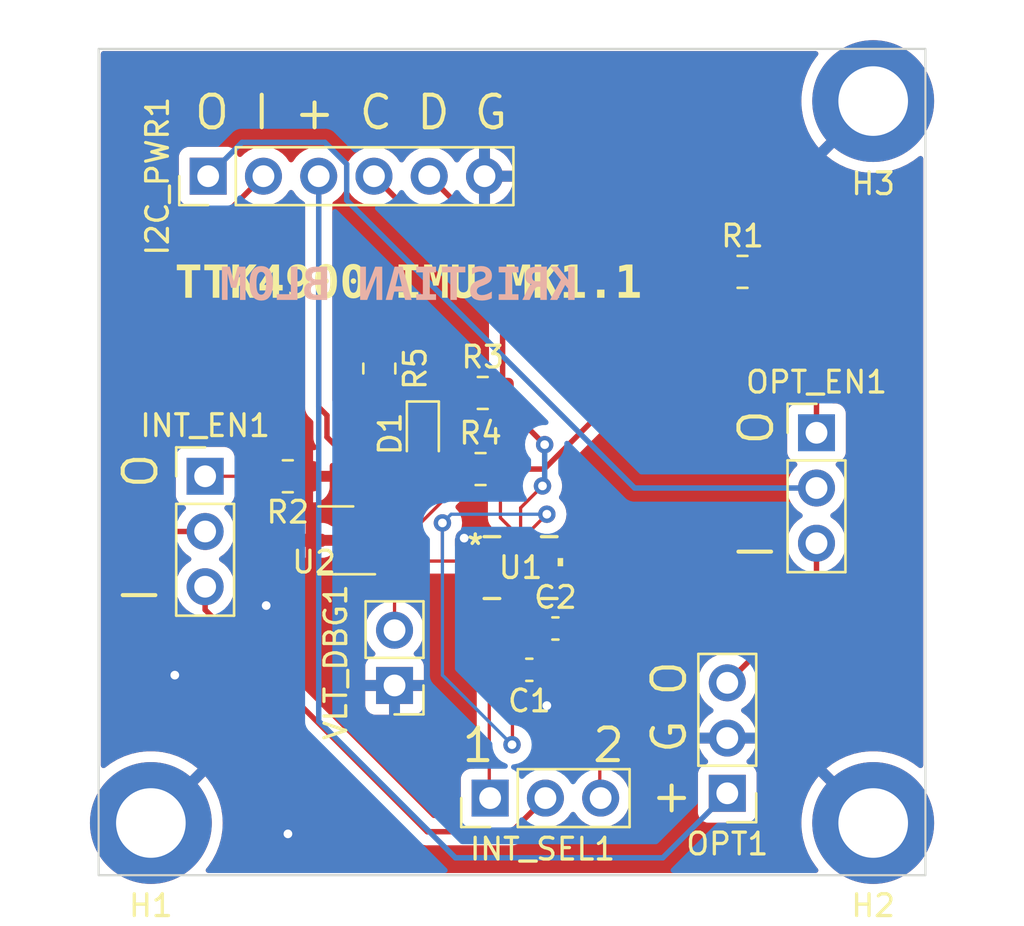
<source format=kicad_pcb>
(kicad_pcb (version 20221018) (generator pcbnew)
  (layers (0 "F.Cu" signal) (31 "B.Cu" signal) (34 "B.Paste" user) (35 "F.Paste" user) (36 "B.SilkS" user "B.Silkscreen") (37 "F.SilkS" user "F.Silkscreen") (38 "B.Mask" user) (39 "F.Mask" user) (44 "Edge.Cuts" user))
  (net 0 "")
  (net 1 "GND")
  (net 2 "+3V3")
  (net 3 "/OPT_OUT")
  (net 4 "/INT_OUT")
  (net 5 "+5V")
  (net 6 "/I2C_SCL")
  (net 7 "/I2C_SDA")
  (net 8 "Net-(INT_EN1-A)")
  (net 9 "Net-(INT_EN1-B)")
  (net 10 "/INT1")
  (net 11 "/INT2")
  (net 12 "/OPT_IN")
  (net 13 "Net-(OPT_EN1-A)")
  (net 16 "Net-(D1-K)")
  (footprint "Resistor_SMD:R_0805_2012Metric" (layer "F.Cu") (at 111.6 46.9)
    (fp_text reference "R1" (at 0 -1.65) (layer "F.SilkS"))
    (fp_text value "40k")
    (fp_line (start -0.227064 -0.735) (end 0.227064 -0.735) (stroke (width 0.12)) (layer "F.SilkS"))
    (fp_line (start -0.227064 0.735) (end 0.227064 0.735) (stroke (width 0.12)) (layer "F.SilkS"))
    (pad "1" smd roundrect (at -0.9125 0) (size 1.025 1.4) (layers "F.Cu" "F.Paste" "F.Mask") (roundrect_rratio 0.243902439) (net 1 "GND"))
    (pad "2" smd roundrect (at 0.9125 0) (size 1.025 1.4) (layers "F.Cu" "F.Paste" "F.Mask") (roundrect_rratio 0.243902439) (net 13 "Net-(OPT_EN1-A)"))
  )
  (footprint "Connector_PinHeader_2.54mm:PinHeader_1x02_P2.54mm_Vertical" (layer "F.Cu") (at 95.605888 65.920584 180)
    (fp_text reference "VLT_DBG1" (at 2.7 1.075 90) (layer "F.SilkS"))
    (fp_text value "Conn_01x02")
    (fp_line (start -1.33 -1.33) (end 0 -1.33) (stroke (width 0.12)) (layer "F.SilkS"))
    (fp_line (start -1.33 0) (end -1.33 -1.33) (stroke (width 0.12)) (layer "F.SilkS"))
    (fp_line (start -1.33 1.27) (end -1.33 3.87) (stroke (width 0.12)) (layer "F.SilkS"))
    (fp_line (start -1.33 1.27) (end 1.33 1.27) (stroke (width 0.12)) (layer "F.SilkS"))
    (fp_line (start -1.33 3.87) (end 1.33 3.87) (stroke (width 0.12)) (layer "F.SilkS"))
    (fp_line (start 1.33 1.27) (end 1.33 3.87) (stroke (width 0.12)) (layer "F.SilkS"))
    (pad "1" thru_hole rect (at 0 0 180) (size 1.7 1.7) (drill 1) (layers "*.Cu" "*.Mask") (net 1 "GND"))
    (pad "2" thru_hole oval (at 0 2.54 180) (size 1.7 1.7) (drill 1) (layers "*.Cu" "*.Mask") (net 2 "+3V3"))
  )
  (footprint "Connector_PinHeader_2.54mm:PinHeader_1x03_P2.54mm_Vertical" (layer "F.Cu") (at 115 54.3)
    (fp_text reference "OPT_EN1" (at 0 -2.33) (layer "F.SilkS"))
    (fp_text value "Jumper_3_Open")
    (fp_line (start -1.33 -1.33) (end 0 -1.33) (stroke (width 0.12)) (layer "F.SilkS"))
    (fp_line (start -1.33 0) (end -1.33 -1.33) (stroke (width 0.12)) (layer "F.SilkS"))
    (fp_line (start -1.33 1.27) (end -1.33 6.41) (stroke (width 0.12)) (layer "F.SilkS"))
    (fp_line (start -1.33 1.27) (end 1.33 1.27) (stroke (width 0.12)) (layer "F.SilkS"))
    (fp_line (start -1.33 6.41) (end 1.33 6.41) (stroke (width 0.12)) (layer "F.SilkS"))
    (fp_line (start 1.33 1.27) (end 1.33 6.41) (stroke (width 0.12)) (layer "F.SilkS"))
    (pad "1" thru_hole rect (at 0 0) (size 1.7 1.7) (drill 1) (layers "*.Cu" "*.Mask") (net 13 "Net-(OPT_EN1-A)"))
    (pad "2" thru_hole oval (at 0 2.54) (size 1.7 1.7) (drill 1) (layers "*.Cu" "*.Mask") (net 3 "/OPT_OUT"))
    (pad "3" thru_hole oval (at 0 5.08) (size 1.7 1.7) (drill 1) (layers "*.Cu" "*.Mask") (net 12 "/OPT_IN"))
  )
  (footprint "Connector_PinHeader_2.54mm:PinHeader_1x03_P2.54mm_Vertical" (layer "F.Cu") (at 86.9 56.3)
    (fp_text reference "INT_EN1" (at 0 -2.33) (layer "F.SilkS"))
    (fp_text value "Jumper_3_Open")
    (fp_line (start -1.33 -1.33) (end 0 -1.33) (stroke (width 0.12)) (layer "F.SilkS"))
    (fp_line (start -1.33 0) (end -1.33 -1.33) (stroke (width 0.12)) (layer "F.SilkS"))
    (fp_line (start -1.33 1.27) (end -1.33 6.41) (stroke (width 0.12)) (layer "F.SilkS"))
    (fp_line (start -1.33 1.27) (end 1.33 1.27) (stroke (width 0.12)) (layer "F.SilkS"))
    (fp_line (start -1.33 6.41) (end 1.33 6.41) (stroke (width 0.12)) (layer "F.SilkS"))
    (fp_line (start 1.33 1.27) (end 1.33 6.41) (stroke (width 0.12)) (layer "F.SilkS"))
    (pad "1" thru_hole rect (at 0 0) (size 1.7 1.7) (drill 1) (layers "*.Cu" "*.Mask") (net 8 "Net-(INT_EN1-A)"))
    (pad "2" thru_hole oval (at 0 2.54) (size 1.7 1.7) (drill 1) (layers "*.Cu" "*.Mask") (net 4 "/INT_OUT"))
    (pad "3" thru_hole oval (at 0 5.08) (size 1.7 1.7) (drill 1) (layers "*.Cu" "*.Mask") (net 9 "Net-(INT_EN1-B)"))
  )
  (footprint "Resistor_SMD:R_0805_2012Metric" (layer "F.Cu") (at 99.560304 55.96863)
    (fp_text reference "R4" (at 0 -1.65) (layer "F.SilkS"))
    (fp_text value "10k")
    (fp_line (start -0.227064 -0.735) (end 0.227064 -0.735) (stroke (width 0.12)) (layer "F.SilkS"))
    (fp_line (start -0.227064 0.735) (end 0.227064 0.735) (stroke (width 0.12)) (layer "F.SilkS"))
    (pad "1" smd roundrect (at -0.9125 0) (size 1.025 1.4) (layers "F.Cu" "F.Paste" "F.Mask") (roundrect_rratio 0.243902439) (net 2 "+3V3"))
    (pad "2" smd roundrect (at 0.9125 0) (size 1.025 1.4) (layers "F.Cu" "F.Paste" "F.Mask") (roundrect_rratio 0.243902439) (net 7 "/I2C_SDA"))
  )
  (footprint "Capacitor_SMD:C_0603_1608Metric" (layer "F.Cu") (at 101.8 65.2 180)
    (fp_text reference "C1" (at 0 -1.43) (layer "F.SilkS"))
    (fp_text value "100nF")
    (fp_line (start -0.14058 -0.51) (end 0.14058 -0.51) (stroke (width 0.12)) (layer "F.SilkS"))
    (fp_line (start -0.14058 0.51) (end 0.14058 0.51) (stroke (width 0.12)) (layer "F.SilkS"))
    (pad "1" smd roundrect (at -0.775 0 180) (size 0.9 0.95) (layers "F.Cu" "F.Paste" "F.Mask") (net 1 "GND"))
    (pad "2" smd roundrect (at 0.775 0 180) (size 0.9 0.95) (layers "F.Cu" "F.Paste" "F.Mask") (net 2 "+3V3"))
  )
  (footprint "MountingHole:MountingHole_3.2mm_M3_DIN965_Pad_TopBottom" (layer "F.Cu") (at 117.605888 72.245584 180)
    (fp_text reference "H2" (at 0 -3.8) (layer "F.SilkS"))
    (fp_text value "MountingHole_Pad")
    (pad "1" thru_hole circle locked (at 0 0 180) (size 3.6 3.6) (drill 3.2) (layers "*.Cu" "*.Mask") (net 1 "GND"))
    (pad "1" connect circle locked (at 0 0 180) (size 5.6 5.6) (layers "F.Cu" "F.Mask") (net 1 "GND"))
    (pad "1" connect circle locked (at 0 0 180) (size 5.6 5.6) (layers "B.Cu" "B.Mask") (net 1 "GND"))
  )
  (footprint "LED_SMD:LED_0603_1608Metric" (layer "F.Cu") (at 96.905888 54.345584 -90)
    (fp_text reference "D1" (at 0 1.5 90) (layer "F.SilkS"))
    (fp_text value "LED")
    (fp_line (start -1.485 -0.735) (end -1.485 0.735) (stroke (width 0.12)) (layer "F.SilkS"))
    (fp_line (start -1.485 0.735) (end 0.8 0.735) (stroke (width 0.12)) (layer "F.SilkS"))
    (fp_line (start 0.8 -0.735) (end -1.485 -0.735) (stroke (width 0.12)) (layer "F.SilkS"))
    (pad "1" smd roundrect (at -0.7875 0 270) (size 0.875 0.95) (layers "F.Cu" "F.Paste" "F.Mask") (net 16 "Net-(D1-K)"))
    (pad "2" smd roundrect (at 0.7875 0 270) (size 0.875 0.95) (layers "F.Cu" "F.Paste" "F.Mask") (net 2 "+3V3"))
  )
  (footprint "Resistor_SMD:R_0805_2012Metric" (layer "F.Cu") (at 94.905888 51.345584 -90)
    (fp_text reference "R5" (at 0 -1.65 90) (layer "F.SilkS"))
    (fp_text value "1k5")
    (fp_line (start -0.227064 -0.735) (end 0.227064 -0.735) (stroke (width 0.12)) (layer "F.SilkS"))
    (fp_line (start -0.227064 0.735) (end 0.227064 0.735) (stroke (width 0.12)) (layer "F.SilkS"))
    (pad "1" smd roundrect (at -0.9125 0 270) (size 1.025 1.4) (layers "F.Cu" "F.Paste" "F.Mask") (roundrect_rratio 0.243902439) (net 1 "GND"))
    (pad "2" smd roundrect (at 0.9125 0 270) (size 1.025 1.4) (layers "F.Cu" "F.Paste" "F.Mask") (roundrect_rratio 0.243902439) (net 16 "Net-(D1-K)"))
  )
  (footprint "Connector_PinHeader_2.54mm:PinHeader_1x03_P2.54mm_Vertical" (layer "F.Cu") (at 100 71.1 90)
    (fp_text reference "INT_SEL1" (at -2.345584 2.405888 180) (layer "F.SilkS"))
    (fp_text value "Jumper_3_Open")
    (fp_line (start -1.33 -1.33) (end 0 -1.33) (stroke (width 0.12)) (layer "F.SilkS"))
    (fp_line (start -1.33 0) (end -1.33 -1.33) (stroke (width 0.12)) (layer "F.SilkS"))
    (fp_line (start -1.33 1.27) (end -1.33 6.41) (stroke (width 0.12)) (layer "F.SilkS"))
    (fp_line (start -1.33 1.27) (end 1.33 1.27) (stroke (width 0.12)) (layer "F.SilkS"))
    (fp_line (start -1.33 6.41) (end 1.33 6.41) (stroke (width 0.12)) (layer "F.SilkS"))
    (fp_line (start 1.33 1.27) (end 1.33 6.41) (stroke (width 0.12)) (layer "F.SilkS"))
    (pad "1" thru_hole rect (at 0 0 90) (size 1.7 1.7) (drill 1) (layers "*.Cu" "*.Mask") (net 10 "/INT1"))
    (pad "2" thru_hole oval (at 0 2.54 90) (size 1.7 1.7) (drill 1) (layers "*.Cu" "*.Mask") (net 9 "Net-(INT_EN1-B)"))
    (pad "3" thru_hole oval (at 0 5.08 90) (size 1.7 1.7) (drill 1) (layers "*.Cu" "*.Mask") (net 11 "/INT2"))
  )
  (footprint "MountingHole:MountingHole_3.2mm_M3_DIN965_Pad_TopBottom" (layer "F.Cu") (at 117.605888 39.045584 180)
    (fp_text reference "H3" (at 0 -3.8) (layer "F.SilkS"))
    (fp_text value "MountingHole_Pad")
    (pad "1" thru_hole circle locked (at 0 0 180) (size 3.6 3.6) (drill 3.2) (layers "*.Cu" "*.Mask") (net 1 "GND"))
    (pad "1" connect circle locked (at 0 0 180) (size 5.6 5.6) (layers "F.Cu" "F.Mask") (net 1 "GND"))
    (pad "1" connect circle locked (at 0 0 180) (size 5.6 5.6) (layers "B.Cu" "B.Mask") (net 1 "GND"))
  )
  (footprint "MountingHole:MountingHole_3.2mm_M3_DIN965_Pad_TopBottom" (layer "F.Cu") (at 84.405888 72.245584 180)
    (fp_text reference "H1" (at 0 -3.8) (layer "F.SilkS"))
    (fp_text value "MountingHole_Pad")
    (pad "1" thru_hole circle locked (at 0 0 180) (size 3.6 3.6) (drill 3.2) (layers "*.Cu" "*.Mask") (net 1 "GND"))
    (pad "1" connect circle locked (at 0 0 180) (size 5.6 5.6) (layers "F.Cu" "F.Mask") (net 1 "GND"))
    (pad "1" connect circle locked (at 0 0 180) (size 5.6 5.6) (layers "B.Cu" "B.Mask") (net 1 "GND"))
  )
  (footprint "Package_TO_SOT_SMD:SOT-23-3" (layer "F.Cu") (at 92.905888 59.245584 180)
    (fp_text reference "U2" (at 1 -1) (layer "F.SilkS"))
    (fp_text value "ZMR330FTA")
    (fp_line (start 0 -1.56) (end -1.8 -1.56) (stroke (width 0.12)) (layer "F.SilkS"))
    (fp_line (start 0 -1.56) (end 0.8 -1.56) (stroke (width 0.12)) (layer "F.SilkS"))
    (fp_line (start 0 1.56) (end -0.8 1.56) (stroke (width 0.12)) (layer "F.SilkS"))
    (fp_line (start 0 1.56) (end 0.8 1.56) (stroke (width 0.12)) (layer "F.SilkS"))
    (pad "1" smd roundrect (at 1.1375 0 180) (size 1.325 0.6) (layers "F.Cu" "F.Paste" "F.Mask") (net 1 "GND"))
    (pad "2" smd roundrect (at -1.1375 -0.95 180) (size 1.325 0.6) (layers "F.Cu" "F.Paste" "F.Mask") (net 2 "+3V3"))
    (pad "3" smd roundrect (at -1.1375 0.95 180) (size 1.325 0.6) (layers "F.Cu" "F.Paste" "F.Mask") (net 5 "+5V"))
  )
  (footprint "LSM6DSM:LGA-14L_2P5X3X0P83_STM" (layer "F.Cu") (at 101.4 60.5)
    (fp_text reference "U1" (at 0 0 unlocked) (layer "F.SilkS"))
    (fp_text value "LSM6DSMTR")
    (fp_text user "*" (at -2.0828 -1) (layer "F.SilkS"))
    (fp_text user "*" (at -2.0828 -1 unlocked) (layer "F.SilkS"))
    (fp_line (start -1.6764 1.4224) (end -0.957013 1.4224) (stroke (width 0.1524)) (layer "F.SilkS"))
    (fp_line (start -0.957013 -1.4224) (end -1.6764 -1.4224) (stroke (width 0.1524)) (layer "F.SilkS"))
    (fp_line (start 0.957013 1.4224) (end 1.6764 1.4224) (stroke (width 0.1524)) (layer "F.SilkS"))
    (fp_line (start 1.6764 -1.4224) (end 0.957013 -1.4224) (stroke (width 0.1524)) (layer "F.SilkS"))
    (fp_poly (pts (xy 1.9558 -0.4405) (xy 1.9558 -0.059499) (xy 1.7018 -0.059499) (xy 1.7018 -0.4405)) (fill solid) (layer "F.SilkS"))
    (pad "1" smd rect (at -1.2103 -0.750001 90) (size 0.351536 0.57658) (layers "F.Cu" "F.Paste" "F.Mask") (net 1 "GND"))
    (pad "2" smd rect (at -1.2103 -0.25 90) (size 0.351536 0.57658) (layers "F.Cu" "F.Paste" "F.Mask") (net 2 "+3V3"))
    (pad "3" smd rect (at -1.2103 0.25 90) (size 0.351536 0.57658) (layers "F.Cu" "F.Paste" "F.Mask") (net 2 "+3V3"))
    (pad "4" smd rect (at -1.2103 0.750001 90) (size 0.351536 0.57658) (layers "F.Cu" "F.Paste" "F.Mask") (net 10 "/INT1"))
    (pad "5" smd rect (at -0.499999 0.9563) (size 0.351536 0.57658) (layers "F.Cu" "F.Paste" "F.Mask") (net 2 "+3V3"))
    (pad "6" smd rect (at 0 0.9563) (size 0.351536 0.57658) (layers "F.Cu" "F.Paste" "F.Mask") (net 1 "GND"))
    (pad "7" smd rect (at 0.499999 0.9563) (size 0.351536 0.57658) (layers "F.Cu" "F.Paste" "F.Mask") (net 1 "GND"))
    (pad "8" smd rect (at 1.2103 0.750001 90) (size 0.351536 0.57658) (layers "F.Cu" "F.Paste" "F.Mask") (net 2 "+3V3"))
    (pad "9" smd rect (at 1.2103 0.25 90) (size 0.351536 0.57658) (layers "F.Cu" "F.Paste" "F.Mask") (net 11 "/INT2"))
    (pad "10" smd rect (at 1.2103 -0.25 90) (size 0.351536 0.57658) (layers "F.Cu" "F.Paste" "F.Mask"))
    (pad "11" smd rect (at 1.2103 -0.750001 90) (size 0.351536 0.57658) (layers "F.Cu" "F.Paste" "F.Mask"))
    (pad "12" smd rect (at 0.499999 -0.9563) (size 0.351536 0.57658) (layers "F.Cu" "F.Paste" "F.Mask") (net 2 "+3V3"))
    (pad "13" smd rect (at 0 -0.9563) (size 0.351536 0.57658) (layers "F.Cu" "F.Paste" "F.Mask") (net 6 "/I2C_SCL"))
    (pad "14" smd rect (at -0.499999 -0.9563) (size 0.351536 0.57658) (layers "F.Cu" "F.Paste" "F.Mask") (net 7 "/I2C_SDA"))
  )
  (footprint "Capacitor_SMD:C_0603_1608Metric" (layer "F.Cu") (at 103 63.3)
    (fp_text reference "C2" (at 0 -1.43) (layer "F.SilkS"))
    (fp_text value "100nF")
    (fp_line (start -0.14058 -0.51) (end 0.14058 -0.51) (stroke (width 0.12)) (layer "F.SilkS"))
    (fp_line (start -0.14058 0.51) (end 0.14058 0.51) (stroke (width 0.12)) (layer "F.SilkS"))
    (pad "1" smd roundrect (at -0.775 0) (size 0.9 0.95) (layers "F.Cu" "F.Paste" "F.Mask") (net 1 "GND"))
    (pad "2" smd roundrect (at 0.775 0) (size 0.9 0.95) (layers "F.Cu" "F.Paste" "F.Mask") (net 2 "+3V3"))
  )
  (footprint "Connector_PinHeader_2.54mm:PinHeader_1x03_P2.54mm_Vertical" (layer "F.Cu") (at 110.9 70.879999 180)
    (fp_text reference "OPT1" (at 0 -2.33) (layer "F.SilkS"))
    (fp_text value "Conn_01x03")
    (fp_line (start -1.33 -1.33) (end 0 -1.33) (stroke (width 0.12)) (layer "F.SilkS"))
    (fp_line (start -1.33 0) (end -1.33 -1.33) (stroke (width 0.12)) (layer "F.SilkS"))
    (fp_line (start -1.33 1.27) (end -1.33 6.41) (stroke (width 0.12)) (layer "F.SilkS"))
    (fp_line (start -1.33 1.27) (end 1.33 1.27) (stroke (width 0.12)) (layer "F.SilkS"))
    (fp_line (start -1.33 6.41) (end 1.33 6.41) (stroke (width 0.12)) (layer "F.SilkS"))
    (fp_line (start 1.33 1.27) (end 1.33 6.41) (stroke (width 0.12)) (layer "F.SilkS"))
    (pad "1" thru_hole rect (at 0 0 180) (size 1.7 1.7) (drill 1) (layers "*.Cu" "*.Mask") (net 5 "+5V"))
    (pad "2" thru_hole oval (at 0 2.54 180) (size 1.7 1.7) (drill 1) (layers "*.Cu" "*.Mask") (net 1 "GND"))
    (pad "3" thru_hole oval (at 0 5.08 180) (size 1.7 1.7) (drill 1) (layers "*.Cu" "*.Mask") (net 12 "/OPT_IN"))
  )
  (footprint "Connector_PinHeader_2.54mm:PinHeader_1x06_P2.54mm_Vertical" (layer "F.Cu") (at 87.04 42.5 90)
    (fp_text reference "I2C_PWR1" (at 0 -2.33 90) (layer "F.SilkS"))
    (fp_text value "Conn_01x06")
    (fp_line (start -1.33 -1.33) (end 0 -1.33) (stroke (width 0.12)) (layer "F.SilkS"))
    (fp_line (start -1.33 0) (end -1.33 -1.33) (stroke (width 0.12)) (layer "F.SilkS"))
    (fp_line (start -1.33 1.27) (end -1.33 14.03) (stroke (width 0.12)) (layer "F.SilkS"))
    (fp_line (start -1.33 1.27) (end 1.33 1.27) (stroke (width 0.12)) (layer "F.SilkS"))
    (fp_line (start -1.33 14.03) (end 1.33 14.03) (stroke (width 0.12)) (layer "F.SilkS"))
    (fp_line (start 1.33 1.27) (end 1.33 14.03) (stroke (width 0.12)) (layer "F.SilkS"))
    (pad "1" thru_hole rect (at 0 0 90) (size 1.7 1.7) (drill 1) (layers "*.Cu" "*.Mask") (net 3 "/OPT_OUT"))
    (pad "2" thru_hole oval (at 0 2.54 90) (size 1.7 1.7) (drill 1) (layers "*.Cu" "*.Mask") (net 4 "/INT_OUT"))
    (pad "3" thru_hole oval (at 0 5.08 90) (size 1.7 1.7) (drill 1) (layers "*.Cu" "*.Mask") (net 5 "+5V"))
    (pad "4" thru_hole oval (at 0 7.62 90) (size 1.7 1.7) (drill 1) (layers "*.Cu" "*.Mask") (net 6 "/I2C_SCL"))
    (pad "5" thru_hole oval (at 0 10.16 90) (size 1.7 1.7) (drill 1) (layers "*.Cu" "*.Mask") (net 7 "/I2C_SDA"))
    (pad "6" thru_hole oval (at 0 12.7 90) (size 1.7 1.7) (drill 1) (layers "*.Cu" "*.Mask") (net 1 "GND"))
  )
  (footprint "Resistor_SMD:R_0805_2012Metric" (layer "F.Cu") (at 90.7 56.3 180)
    (fp_text reference "R2" (at 0 -1.65) (layer "F.SilkS"))
    (fp_text value "40k")
    (fp_line (start -0.227064 -0.735) (end 0.227064 -0.735) (stroke (width 0.12)) (layer "F.SilkS"))
    (fp_line (start -0.227064 0.735) (end 0.227064 0.735) (stroke (width 0.12)) (layer "F.SilkS"))
    (pad "1" smd roundrect (at -0.9125 0 180) (size 1.025 1.4) (layers "F.Cu" "F.Paste" "F.Mask") (roundrect_rratio 0.243902439) (net 1 "GND"))
    (pad "2" smd roundrect (at 0.9125 0 180) (size 1.025 1.4) (layers "F.Cu" "F.Paste" "F.Mask") (roundrect_rratio 0.243902439) (net 8 "Net-(INT_EN1-A)"))
  )
  (footprint "Resistor_SMD:R_0805_2012Metric" (layer "F.Cu") (at 99.660304 52.468628)
    (fp_text reference "R3" (at 0 -1.65) (layer "F.SilkS"))
    (fp_text value "10k")
    (fp_line (start -0.227064 -0.735) (end 0.227064 -0.735) (stroke (width 0.12)) (layer "F.SilkS"))
    (fp_line (start -0.227064 0.735) (end 0.227064 0.735) (stroke (width 0.12)) (layer "F.SilkS"))
    (pad "1" smd roundrect (at -0.9125 0) (size 1.025 1.4) (layers "F.Cu" "F.Paste" "F.Mask") (roundrect_rratio 0.243902439) (net 2 "+3V3"))
    (pad "2" smd roundrect (at 0.9125 0) (size 1.025 1.4) (layers "F.Cu" "F.Paste" "F.Mask") (roundrect_rratio 0.243902439) (net 6 "/I2C_SCL"))
  )
  (gr_poly locked (pts (xy 120.005888 74.645584) (xy 82.005888 74.645584) (xy 82.005888 36.645584) (xy 120.005888 36.645585)) (stroke (width 0.1)) (fill none) (layer "Edge.Cuts"))
  (gr_text "KRISTIAN BLOM" (at 104.005888 48.445584) (layer "B.SilkS") (effects (font (size 1.5 1.5) (thickness 0.3) bold) (justify left bottom mirror)))
  (gr_text "TTK4900 IMU MK1.1" (at 85.505888 48.345584) (layer "F.SilkS") (effects (font (size 1.5 1.5) (thickness 0.3) bold) (justify left bottom)))
  (gr_text "O I + C D G" (at 86.305888 40.445584) (layer "F.SilkS") (effects (font (size 1.5 1.5) (thickness 0.1875)) (justify left bottom)))
  (gr_text "I    O" (at 84.805888 62.245584 90) (layer "F.SilkS") (effects (font (size 1.5 1.5) (thickness 0.1875)) (justify left bottom)))
  (gr_text "1    2" (at 98.605888 69.545584) (layer "F.SilkS") (effects (font (size 1.5 1.5) (thickness 0.1875)) (justify left bottom)))
  (gr_text "I    O" (at 113.105888 60.245584 90) (layer "F.SilkS") (effects (font (size 1.5 1.5) (thickness 0.1875)) (justify left bottom)))
  (gr_text "+ G O" (at 109.105888 72.145584 90) (layer "F.SilkS") (effects (font (size 1.5 1.5) (thickness 0.1875)) (justify left bottom)))
  (segment (start 99.410303 59.749999) (end 98.805888 59.145584) (width 0.15) (layer "F.Cu") (net 1))
  (segment (start 101.899999 62.974999) (end 102.225 63.3) (width 0.15) (layer "F.Cu") (net 1))
  (segment (start 101.899999 61.4563) (end 101.899999 62.974999) (width 0.15) (layer "F.Cu") (net 1))
  (segment (start 102.575 66.814696) (end 102.605888 66.845584) (width 0.15) (layer "F.Cu") (net 1))
  (segment (start 102.225 64.85) (end 102.575 65.2) (width 0.15) (layer "F.Cu") (net 1))
  (segment (start 102.225 63.3) (end 102.225 64.85) (width 0.15) (layer "F.Cu") (net 1))
  (segment (start 100.1897 59.749999) (end 99.410303 59.749999) (width 0.15) (layer "F.Cu") (net 1))
  (segment (start 101.4 61.4563) (end 101.899999 61.4563) (width 0.15) (layer "F.Cu") (net 1))
  (segment (start 102.575 65.2) (end 102.575 66.814696) (width 0.15) (layer "F.Cu") (net 1))
  (via (at 90.705888 72.745584) (size 0.8) (drill 0.4) (layers "F.Cu" "B.Cu") (net 1))
  (via (at 102.605888 66.845584) (size 0.8) (drill 0.4) (layers "F.Cu" "B.Cu") (net 1))
  (via (at 98.805888 59.145584) (size 0.8) (drill 0.4) (layers "F.Cu" "B.Cu") (net 1))
  (via (at 85.505888 65.445584) (size 0.8) (drill 0.4) (layers "F.Cu" "B.Cu") (net 1))
  (via (at 89.705888 62.245584) (size 0.8) (drill 0.4) (layers "F.Cu" "B.Cu") (net 1))
  (segment (start 101.025 67.245584) (end 101.025 67.364696) (width 0.15) (layer "F.Cu") (net 2))
  (segment (start 101.025 68.626472) (end 101.005888 68.645584) (width 0.15) (layer "F.Cu") (net 2))
  (segment (start 95.055888 60.195584) (end 94.043388 60.195584) (width 0.15) (layer "F.Cu") (net 2))
  (segment (start 97.805888 58.445584) (end 97.805888 60.200001) (width 0.15) (layer "F.Cu") (net 2))
  (segment (start 103.775 67.076472) (end 103.775 63.3) (width 0.15) (layer "F.Cu") (net 2))
  (segment (start 101.405888 67.745584) (end 103.105888 67.745584) (width 0.15) (layer "F.Cu") (net 2))
  (segment (start 101.899999 59.5437) (end 101.899999 58.751473) (width 0.15) (layer "F.Cu") (net 2))
  (segment (start 95.405888 60.200001) (end 97.805888 60.200001) (width 0.15) (layer "F.Cu") (net 2))
  (segment (start 97.741434 55.96863) (end 98.647804 55.96863) (width 0.15) (layer "F.Cu") (net 2))
  (segment (start 97.805888 60.200001) (end 100.139701 60.200001) (width 0.15) (layer "F.Cu") (net 2))
  (segment (start 95.605888 63.380584) (end 95.605888 60.400001) (width 0.15) (layer "F.Cu") (net 2))
  (segment (start 101.025 67.364696) (end 101.405888 67.745584) (width 0.15) (layer "F.Cu") (net 2))
  (segment (start 103.105888 67.745584) (end 103.775 67.076472) (width 0.15) (layer "F.Cu") (net 2))
  (segment (start 100.900001 65.075001) (end 100.900001 61.4563) (width 0.15) (layer "F.Cu") (net 2))
  (segment (start 103.350001 61.250001) (end 103.775 61.675) (width 0.15) (layer "F.Cu") (net 2))
  (segment (start 96.905888 55.133084) (end 97.741434 55.96863) (width 0.15) (layer "F.Cu") (net 2))
  (segment (start 94.047805 60.200001) (end 95.405888 60.200001) (width 0.15) (layer "F.Cu") (net 2))
  (segment (start 95.605888 60.400001) (end 95.405888 60.200001) (width 0.15) (layer "F.Cu") (net 2))
  (segment (start 101.899999 58.751473) (end 102.605888 58.045584) (width 0.15) (layer "F.Cu") (net 2))
  (segment (start 100.1897 60.25) (end 100.1897 60.75) (width 0.15) (layer "F.Cu") (net 2))
  (segment (start 101.025 65.2) (end 100.900001 65.075001) (width 0.15) (layer "F.Cu") (net 2))
  (segment (start 100.139701 60.200001) (end 100.1897 60.25) (width 0.15) (layer "F.Cu") (net 2))
  (segment (start 94.043388 60.195584) (end 94.047805 60.200001) (width 0.15) (layer "F.Cu") (net 2))
  (segment (start 101.025 65.2) (end 101.025 67.245584) (width 0.15) (layer "F.Cu") (net 2))
  (segment (start 102.6103 61.250001) (end 103.350001 61.250001) (width 0.15) (layer "F.Cu") (net 2))
  (segment (start 98.747804 52.468628) (end 98.747804 56.503668) (width 0.15) (layer "F.Cu") (net 2))
  (segment (start 103.775 61.675) (end 103.775 63.3) (width 0.15) (layer "F.Cu") (net 2))
  (segment (start 101.025 67.245584) (end 101.025 68.626472) (width 0.15) (layer "F.Cu") (net 2))
  (segment (start 98.747804 56.503668) (end 95.055888 60.195584) (width 0.15) (layer "F.Cu") (net 2))
  (via (at 101.005888 68.645584) (size 0.8) (drill 0.4) (layers "F.Cu" "B.Cu") (net 2))
  (via (at 97.805888 58.445584) (size 0.8) (drill 0.4) (layers "F.Cu" "B.Cu") (net 2))
  (via (at 102.605888 58.045584) (size 0.8) (drill 0.4) (layers "F.Cu" "B.Cu") (net 2))
  (segment (start 97.805888 58.445584) (end 98.205888 58.045584) (width 0.15) (layer "B.Cu") (net 2))
  (segment (start 97.805888 65.445584) (end 97.805888 58.445584) (width 0.15) (layer "B.Cu") (net 2))
  (segment (start 98.205888 58.045584) (end 102.605888 58.045584) (width 0.15) (layer "B.Cu") (net 2))
  (segment (start 101.005888 68.645584) (end 97.805888 65.445584) (width 0.15) (layer "B.Cu") (net 2))
  (segment (start 87.04 42.5) (end 88.594416 40.945584) (width 0.25) (layer "B.Cu") (net 3))
  (segment (start 93.405888 41.945584) (end 93.405888 43.605888) (width 0.25) (layer "B.Cu") (net 3))
  (segment (start 93.405888 43.605888) (end 106.64 56.84) (width 0.25) (layer "B.Cu") (net 3))
  (segment (start 88.594416 40.945584) (end 92.405888 40.945584) (width 0.25) (layer "B.Cu") (net 3))
  (segment (start 92.405888 40.945584) (end 93.405888 41.945584) (width 0.25) (layer "B.Cu") (net 3))
  (segment (start 106.64 56.84) (end 115 56.84) (width 0.25) (layer "B.Cu") (net 3))
  (segment (start 84.64 58.84) (end 86.9 58.84) (width 0.25) (layer "F.Cu") (net 4))
  (segment (start 83.5 57.7) (end 84.64 58.84) (width 0.25) (layer "F.Cu") (net 4))
  (segment (start 89.58 42.5) (end 83.5 48.58) (width 0.25) (layer "F.Cu") (net 4))
  (segment (start 83.5 48.58) (end 83.5 57.7) (width 0.25) (layer "F.Cu") (net 4))
  (segment (start 94.043388 56.043389) (end 94.043388 58.295584) (width 0.25) (layer "F.Cu") (net 5))
  (segment (start 92.5 54.500001) (end 94.043388 56.043389) (width 0.25) (layer "F.Cu") (net 5))
  (segment (start 92.12 42.5) (end 92.12 53.12) (width 0.25) (layer "F.Cu") (net 5))
  (segment (start 92.12 53.12) (end 92.5 53.5) (width 0.25) (layer "F.Cu") (net 5))
  (segment (start 92.5 53.5) (end 92.5 54.500001) (width 0.25) (layer "F.Cu") (net 5))
  (segment (start 98.405888 73.845584) (end 107.934415 73.845584) (width 0.25) (layer "B.Cu") (net 5))
  (segment (start 92.12 67.559696) (end 98.405888 73.845584) (width 0.25) (layer "B.Cu") (net 5))
  (segment (start 107.934415 73.845584) (end 110.9 70.879999) (width 0.25) (layer "B.Cu") (net 5))
  (segment (start 92.12 42.5) (end 92.12 67.559696) (width 0.25) (layer "B.Cu") (net 5))
  (segment (start 100.572804 52.468628) (end 100.572804 52.9125) (width 0.25) (layer "F.Cu") (net 6))
  (segment (start 100.572804 48.412804) (end 100.572804 52.468628) (width 0.25) (layer "F.Cu") (net 6))
  (segment (start 102.405888 56.745584) (end 101.4 57.751472) (width 0.15) (layer "F.Cu") (net 6))
  (segment (start 100.572804 52.9125) (end 102.505888 54.845584) (width 0.25) (layer "F.Cu") (net 6))
  (segment (start 101.4 57.751472) (end 101.4 59.5437) (width 0.15) (layer "F.Cu") (net 6))
  (segment (start 94.66 42.5) (end 100.572804 48.412804) (width 0.25) (layer "F.Cu") (net 6))
  (via (at 102.405888 56.745584) (size 0.8) (drill 0.4) (layers "F.Cu" "B.Cu") (net 6))
  (via (at 102.505888 54.845584) (size 0.8) (drill 0.4) (layers "F.Cu" "B.Cu") (net 6))
  (segment (start 102.505888 54.845584) (end 102.505888 56.645584) (width 0.25) (layer "B.Cu") (net 6))
  (segment (start 102.505888 56.645584) (end 102.405888 56.745584) (width 0.25) (layer "B.Cu") (net 6))
  (segment (start 100.905888 59.537813) (end 100.900001 59.5437) (width 0.15) (layer "F.Cu") (net 7))
  (segment (start 97.2 42.5) (end 104.905888 50.205888) (width 0.25) (layer "F.Cu") (net 7))
  (segment (start 100.472804 58.2125) (end 100.905888 58.645584) (width 0.15) (layer "F.Cu") (net 7))
  (segment (start 104.905888 53.545584) (end 102.482842 55.96863) (width 0.25) (layer "F.Cu") (net 7))
  (segment (start 100.472804 55.96863) (end 100.472804 58.2125) (width 0.15) (layer "F.Cu") (net 7))
  (segment (start 104.905888 50.205888) (end 104.905888 53.545584) (width 0.25) (layer "F.Cu") (net 7))
  (segment (start 102.482842 55.96863) (end 100.472804 55.96863) (width 0.25) (layer "F.Cu") (net 7))
  (segment (start 100.905888 58.645584) (end 100.905888 59.537813) (width 0.15) (layer "F.Cu") (net 7))
  (segment (start 89.7875 56.3) (end 86.9 56.3) (width 0.15) (layer "F.Cu") (net 8))
  (segment (start 97.105888 72.645584) (end 100.994416 72.645584) (width 0.25) (layer "F.Cu") (net 9))
  (segment (start 86.9 61.38) (end 86.9 62.439696) (width 0.25) (layer "F.Cu") (net 9))
  (segment (start 100.994416 72.645584) (end 102.54 71.1) (width 0.25) (layer "F.Cu") (net 9))
  (segment (start 86.9 62.439696) (end 97.105888 72.645584) (width 0.25) (layer "F.Cu") (net 9))
  (segment (start 99.96 61.479701) (end 100.1897 61.250001) (width 0.15) (layer "F.Cu") (net 10))
  (segment (start 99.96 71.06) (end 99.96 61.479701) (width 0.15) (layer "F.Cu") (net 10))
  (segment (start 100 71.1) (end 99.96 71.06) (width 0.15) (layer "F.Cu") (net 10))
  (segment (start 105.04 62.04) (end 105.04 71.06) (width 0.15) (layer "F.Cu") (net 11))
  (segment (start 103.75 60.75) (end 105.04 62.04) (width 0.15) (layer "F.Cu") (net 11))
  (segment (start 102.6103 60.75) (end 103.75 60.75) (width 0.15) (layer "F.Cu") (net 11))
  (segment (start 105.04 71.06) (end 105.08 71.1) (width 0.15) (layer "F.Cu") (net 11))
  (segment (start 115 61.699999) (end 115 59.38) (width 0.25) (layer "F.Cu") (net 12))
  (segment (start 110.9 65.799999) (end 115 61.699999) (width 0.25) (layer "F.Cu") (net 12))
  (segment (start 115 49.3875) (end 112.5125 46.9) (width 0.25) (layer "F.Cu") (net 13))
  (segment (start 115 54.3) (end 115 49.3875) (width 0.25) (layer "F.Cu") (net 13))
  (segment (start 96.205888 53.558084) (end 94.905888 52.258084) (width 0.15) (layer "F.Cu") (net 16))
  (segment (start 96.905888 53.558084) (end 96.205888 53.558084) (width 0.15) (layer "F.Cu") (net 16))
  (zone (net 1) (net_name "GND") (layer "F.Cu") (connect_pads (clearance 0.5)) (min_thickness 0.25) (fill yes (thermal_gap 0.5) (thermal_bridge_width 0.5))
    (polygon (pts (xy 82.105888 36.745584) (xy 82.105888 74.545584) (xy 119.905888 74.545584) (xy 119.905888 36.745584)))
  )
  (zone (net 1) (net_name "GND") (layer "B.Cu") (priority 1) (connect_pads (clearance 0.5)) (min_thickness 0.25) (fill yes (thermal_gap 0.5) (thermal_bridge_width 0.5))
    (polygon (pts (xy 82.105888 36.745584) (xy 82.105888 74.545584) (xy 119.905888 74.545584) (xy 119.905888 36.745584)))
  )
)
</source>
